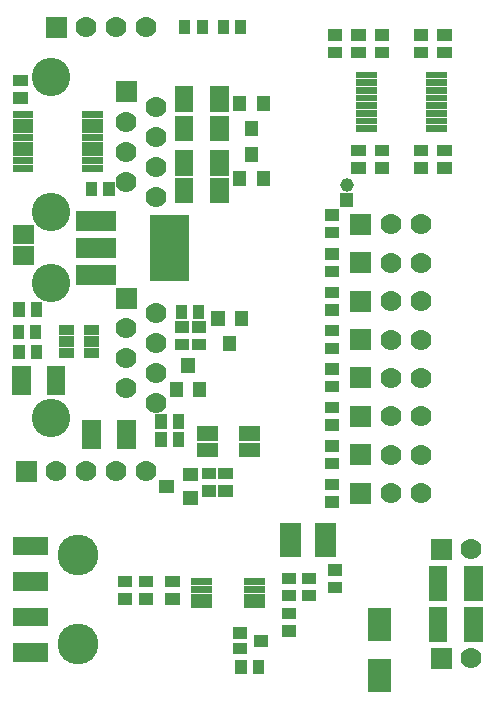
<source format=gbr>
G04 start of page 7 for group -4062 idx -4062 *
G04 Title: (unknown), soldermask *
G04 Creator: pcb 20110918 *
G04 CreationDate: Thu 16 Aug 2012 16:03:18 GMT UTC *
G04 For: rob *
G04 Format: Gerber/RS-274X *
G04 PCB-Dimensions: 165354 236220 *
G04 PCB-Coordinate-Origin: lower left *
%MOIN*%
%FSLAX25Y25*%
%LNBOTTOMMASK*%
%ADD103R,0.0749X0.0749*%
%ADD102R,0.0494X0.0494*%
%ADD101R,0.0700X0.0700*%
%ADD100R,0.0390X0.0390*%
%ADD99R,0.1320X0.1320*%
%ADD98R,0.0230X0.0230*%
%ADD97R,0.0612X0.0612*%
%ADD96R,0.0660X0.0660*%
%ADD95R,0.0630X0.0630*%
%ADD94R,0.0340X0.0340*%
%ADD93R,0.0440X0.0440*%
%ADD92R,0.0381X0.0381*%
%ADD91C,0.0453*%
%ADD90C,0.1360*%
%ADD89C,0.1280*%
%ADD88C,0.0700*%
%ADD87C,0.0001*%
G54D87*G36*
X37248Y142201D02*Y135201D01*
X44248D01*
Y142201D01*
X37248D01*
G37*
G54D88*X50748Y133701D03*
G54D89*X15748Y143701D03*
G54D88*X40748Y177598D03*
G54D89*X15748Y167598D03*
G54D88*X50748Y172598D03*
Y103701D03*
X40748Y108701D03*
X50748Y123701D03*
X40748Y128701D03*
Y118701D03*
X50748Y113701D03*
G54D90*X24606Y53149D03*
Y23621D03*
G54D89*X15748Y98701D03*
G54D87*G36*
X3903Y84602D02*Y77602D01*
X10903D01*
Y84602D01*
X3903D01*
G37*
G54D88*X17403Y81102D03*
X27403D03*
X37403D03*
X47403D03*
G54D87*G36*
X115437Y166885D02*Y159885D01*
X122437D01*
Y166885D01*
X115437D01*
G37*
G54D88*X128937Y163385D03*
X138937D03*
G54D87*G36*
X111909Y173779D02*Y169251D01*
X116437D01*
Y173779D01*
X111909D01*
G37*
G36*
X115437Y128500D02*Y121500D01*
X122437D01*
Y128500D01*
X115437D01*
G37*
G36*
Y115704D02*Y108704D01*
X122437D01*
Y115704D01*
X115437D01*
G37*
G54D88*X128937Y125000D03*
X138937D03*
G54D87*G36*
X115437Y141295D02*Y134295D01*
X122437D01*
Y141295D01*
X115437D01*
G37*
G54D88*X128937Y137795D03*
X138937D03*
G54D91*X114173Y176515D03*
G54D87*G36*
X115437Y154090D02*Y147090D01*
X122437D01*
Y154090D01*
X115437D01*
G37*
G54D88*X128937Y150590D03*
X138937D03*
G54D87*G36*
X142169Y22200D02*Y15200D01*
X149169D01*
Y22200D01*
X142169D01*
G37*
G54D88*X155669Y18700D03*
G54D87*G36*
X142169Y58618D02*Y51618D01*
X149169D01*
Y58618D01*
X142169D01*
G37*
G54D88*X155669Y55118D03*
X128937Y112204D03*
X138937D03*
G54D87*G36*
X115437Y102909D02*Y95909D01*
X122437D01*
Y102909D01*
X115437D01*
G37*
G54D88*X128937Y99409D03*
X138937D03*
G54D87*G36*
X115437Y90114D02*Y83114D01*
X122437D01*
Y90114D01*
X115437D01*
G37*
G54D88*X128937Y86614D03*
X138937D03*
G54D87*G36*
X115437Y77318D02*Y70318D01*
X122437D01*
Y77318D01*
X115437D01*
G37*
G54D88*X128937Y73818D03*
X138937D03*
X50748Y192598D03*
X40748Y187598D03*
G54D87*G36*
X13823Y232633D02*Y225633D01*
X20823D01*
Y232633D01*
X13823D01*
G37*
G54D88*X27323Y229133D03*
X37323D03*
X47323D03*
X40748Y197598D03*
G54D87*G36*
X37248Y211098D02*Y204098D01*
X44248D01*
Y211098D01*
X37248D01*
G37*
G54D88*X50748Y202598D03*
Y182598D03*
G54D89*X15748Y212598D03*
G54D92*X60236Y229617D02*Y228649D01*
X66070Y229617D02*Y228649D01*
X73067Y229617D02*Y228649D01*
X78901Y229617D02*Y228649D01*
G54D93*X75233Y123990D02*Y123390D01*
X65238Y108524D02*Y107924D01*
X57438Y108524D02*Y107924D01*
X61338Y116724D02*Y116124D01*
G54D92*X64477Y123300D02*X65445D01*
X58769D02*X59737D01*
X64477Y129134D02*X65445D01*
X58769D02*X59737D01*
X59055Y134736D02*Y133768D01*
X64889Y134736D02*Y133768D01*
G54D94*X28348Y128241D02*X29948D01*
X20148D02*X21748D01*
G54D92*X10558Y128043D02*Y127075D01*
X4958Y135523D02*Y134555D01*
X10792Y135523D02*Y134555D01*
G54D94*X28348Y124341D02*X29948D01*
X28348Y120441D02*X29948D01*
X20148D02*X21748D01*
X20148Y124341D02*X21748D01*
G54D92*X4957Y121350D02*Y120382D01*
X10791Y121350D02*Y120382D01*
G54D95*X17323Y113017D02*Y109817D01*
G54D96*X27418Y146512D02*X34018D01*
X27418Y155512D02*X34018D01*
G54D97*X6103Y152952D02*X6889D01*
X6103Y160038D02*X6889D01*
G54D96*X27418Y164612D02*X34018D01*
G54D92*X34967Y175681D02*Y174713D01*
X29133Y175681D02*Y174713D01*
G54D98*X3996Y182089D02*X8602D01*
X3996Y184648D02*X8602D01*
X3996Y187207D02*X8602D01*
X3996Y189766D02*X8602D01*
X3996Y192324D02*X8602D01*
X3996Y194883D02*X8602D01*
X3996Y197442D02*X8602D01*
X3996Y200001D02*X8602D01*
G54D92*X5027Y211346D02*X5995D01*
X5027Y205512D02*X5995D01*
G54D98*X27224Y200001D02*X31830D01*
X27224Y197442D02*X31830D01*
X27224Y194883D02*X31830D01*
X27224Y192324D02*X31830D01*
X27224Y189766D02*X31830D01*
X27224Y187207D02*X31830D01*
X27224Y184648D02*X31830D01*
X27224Y182089D02*X31830D01*
G54D93*X79133Y132190D02*Y131590D01*
G54D97*X60039Y185038D02*Y182676D01*
X71849Y185038D02*Y182676D01*
X60039Y206299D02*Y203937D01*
X71849Y206299D02*Y203937D01*
X60039Y196457D02*Y194095D01*
X71849Y196457D02*Y194095D01*
G54D93*X71333Y132190D02*Y131590D01*
G54D97*X60039Y175787D02*Y173425D01*
X71849Y175787D02*Y173425D01*
G54D93*X86380Y178911D02*Y178311D01*
X78580Y178911D02*Y178311D01*
X82480Y187111D02*Y186511D01*
G54D99*X55118Y160012D02*Y151012D01*
G54D93*X78580Y203972D02*Y203372D01*
X86380Y203972D02*Y203372D01*
X82480Y195772D02*Y195172D01*
G54D92*X108768Y147673D02*X109736D01*
X108768Y134878D02*X109736D01*
X108768Y140712D02*X109736D01*
X108768Y109287D02*X109736D01*
X108768Y115121D02*X109736D01*
X108768Y122083D02*X109736D01*
X108768Y127917D02*X109736D01*
G54D98*X81200Y44231D02*X85806D01*
X81200Y41672D02*X85806D01*
X81200Y39114D02*X85806D01*
X81200Y36555D02*X85806D01*
G54D92*X78973Y16232D02*Y15264D01*
X84807Y16232D02*Y15264D01*
G54D100*X78330Y22006D02*X78930D01*
X78330Y27106D02*X78930D01*
X85330Y24606D02*X85930D01*
G54D92*X94397Y45436D02*X95365D01*
X101091D02*X102059D01*
G54D101*X95518Y60188D02*Y55952D01*
G54D92*X94397Y39602D02*X95365D01*
X101091D02*X102059D01*
X94398Y33625D02*X95366D01*
X94398Y27791D02*X95366D01*
G54D97*X6103Y32479D02*X11613D01*
X6103Y20669D02*X11613D01*
X6103Y44291D02*X11613D01*
X6103Y56101D02*X11613D01*
G54D95*X5723Y113017D02*Y109817D01*
G54D92*X4724Y128043D02*Y127075D01*
G54D93*X61880Y72181D02*X62480D01*
X53680Y76081D02*X54280D01*
G54D92*X67823Y74481D02*X68791D01*
X73335D02*X74303D01*
G54D98*X63484Y36555D02*X68090D01*
G54D92*X55618Y38457D02*X56586D01*
G54D98*X63484Y39114D02*X68090D01*
X63484Y41672D02*X68090D01*
X63484Y44231D02*X68090D01*
G54D92*X55618Y44291D02*X56586D01*
X46760D02*X47728D01*
X46760Y38457D02*X47728D01*
X39869D02*X40837D01*
X39869Y44291D02*X40837D01*
G54D102*X66929Y88188D02*X68897D01*
G54D93*X61880Y79981D02*X62480D01*
G54D92*X67823Y80315D02*X68791D01*
X73335D02*X74303D01*
G54D102*X66929Y93700D02*X68897D01*
G54D92*X58196Y98122D02*Y97154D01*
X52362Y98122D02*Y97154D01*
X58196Y92216D02*Y91248D01*
X52362Y92216D02*Y91248D01*
G54D102*X80709Y93700D02*X82677D01*
X80709Y88188D02*X82677D01*
G54D95*X29134Y94907D02*Y91707D01*
X40734Y94907D02*Y91707D01*
G54D92*X108768Y160665D02*X109736D01*
X108768Y166499D02*X109736D01*
X108768Y153507D02*X109736D01*
X117626Y182122D02*X118594D01*
X117626Y187956D02*X118594D01*
X125499Y187957D02*X126467D01*
X125499Y182123D02*X126467D01*
X138492Y182121D02*X139460D01*
X138492Y187955D02*X139460D01*
X146366Y187956D02*X147334D01*
X146366Y182122D02*X147334D01*
G54D98*X141791Y197834D02*X146397D01*
X141791Y195275D02*X146397D01*
G54D92*X146366Y220705D02*X147334D01*
G54D98*X141791Y213187D02*X146397D01*
G54D92*X146366Y226539D02*X147334D01*
G54D98*X141791Y210628D02*X146397D01*
X141791Y208069D02*X146397D01*
X141791Y205510D02*X146397D01*
X141791Y202952D02*X146397D01*
X141791Y200393D02*X146397D01*
G54D92*X138492Y226539D02*X139460D01*
X138492Y220705D02*X139460D01*
X125500D02*X126468D01*
X125500Y226539D02*X126468D01*
X117626D02*X118594D01*
X117626Y220705D02*X118594D01*
X109752Y226539D02*X110720D01*
X109752Y220705D02*X110720D01*
G54D98*X118563Y195275D02*X123169D01*
X118563Y197834D02*X123169D01*
X118563Y200393D02*X123169D01*
X118563Y202952D02*X123169D01*
X118563Y205510D02*X123169D01*
X118563Y208069D02*X123169D01*
X118563Y210628D02*X123169D01*
X118563Y213187D02*X123169D01*
G54D92*X108768Y96492D02*X109736D01*
X108768Y102326D02*X109736D01*
X108768Y89531D02*X109736D01*
X108768Y76735D02*X109736D01*
X108768Y83697D02*X109736D01*
X108768Y70901D02*X109736D01*
G54D101*X107238Y60188D02*Y55952D01*
G54D92*X109752Y48192D02*X110720D01*
X109752Y42358D02*X110720D01*
G54D97*X144686Y46455D02*Y40945D01*
X156496Y46455D02*Y40945D01*
X144686Y32676D02*Y27166D01*
X156496Y32676D02*Y27166D01*
G54D103*X125197Y31692D02*Y28149D01*
Y14763D02*Y11220D01*
M02*

</source>
